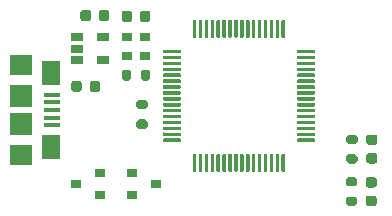
<source format=gbr>
G04 #@! TF.GenerationSoftware,KiCad,Pcbnew,(5.1.7)-1*
G04 #@! TF.CreationDate,2020-12-02T09:59:19-08:00*
G04 #@! TF.ProjectId,programmer,70726f67-7261-46d6-9d65-722e6b696361,rev?*
G04 #@! TF.SameCoordinates,Original*
G04 #@! TF.FileFunction,Paste,Top*
G04 #@! TF.FilePolarity,Positive*
%FSLAX46Y46*%
G04 Gerber Fmt 4.6, Leading zero omitted, Abs format (unit mm)*
G04 Created by KiCad (PCBNEW (5.1.7)-1) date 2020-12-02 09:59:19*
%MOMM*%
%LPD*%
G01*
G04 APERTURE LIST*
%ADD10R,0.900000X0.800000*%
%ADD11R,1.350000X0.400000*%
%ADD12R,1.600000X2.100000*%
%ADD13R,1.900000X1.800000*%
%ADD14R,1.900000X1.900000*%
%ADD15R,1.060000X0.650000*%
%ADD16R,0.850000X0.650000*%
G04 APERTURE END LIST*
D10*
X-7025000Y-7475000D03*
X-9025000Y-8425000D03*
X-9025000Y-6525000D03*
D11*
X-15812500Y-1200000D03*
X-15812500Y-550000D03*
X-15812500Y-1850000D03*
X-15812500Y100000D03*
X-15812500Y-2500000D03*
D12*
X-15937500Y1900000D03*
X-15937500Y-4300000D03*
D13*
X-18487500Y2600000D03*
X-18487500Y-5000000D03*
D14*
X-18487500Y0D03*
X-18487500Y-2400000D03*
D15*
X-13700000Y4950000D03*
X-13700000Y4000000D03*
X-13700000Y3050000D03*
X-11500000Y3050000D03*
X-11500000Y4950000D03*
G36*
G01*
X-9138200Y2029400D02*
X-9138200Y1479400D01*
G75*
G02*
X-9338200Y1279400I-200000J0D01*
G01*
X-9738200Y1279400D01*
G75*
G02*
X-9938200Y1479400I0J200000D01*
G01*
X-9938200Y2029400D01*
G75*
G02*
X-9738200Y2229400I200000J0D01*
G01*
X-9338200Y2229400D01*
G75*
G02*
X-9138200Y2029400I0J-200000D01*
G01*
G37*
G36*
G01*
X-7488200Y2029400D02*
X-7488200Y1479400D01*
G75*
G02*
X-7688200Y1279400I-200000J0D01*
G01*
X-8088200Y1279400D01*
G75*
G02*
X-8288200Y1479400I0J200000D01*
G01*
X-8288200Y2029400D01*
G75*
G02*
X-8088200Y2229400I200000J0D01*
G01*
X-7688200Y2229400D01*
G75*
G02*
X-7488200Y2029400I0J-200000D01*
G01*
G37*
G36*
G01*
X-9038200Y6982800D02*
X-9038200Y6482800D01*
G75*
G02*
X-9263200Y6257800I-225000J0D01*
G01*
X-9713200Y6257800D01*
G75*
G02*
X-9938200Y6482800I0J225000D01*
G01*
X-9938200Y6982800D01*
G75*
G02*
X-9713200Y7207800I225000J0D01*
G01*
X-9263200Y7207800D01*
G75*
G02*
X-9038200Y6982800I0J-225000D01*
G01*
G37*
G36*
G01*
X-7488200Y6982800D02*
X-7488200Y6482800D01*
G75*
G02*
X-7713200Y6257800I-225000J0D01*
G01*
X-8163200Y6257800D01*
G75*
G02*
X-8388200Y6482800I0J225000D01*
G01*
X-8388200Y6982800D01*
G75*
G02*
X-8163200Y7207800I225000J0D01*
G01*
X-7713200Y7207800D01*
G75*
G02*
X-7488200Y6982800I0J-225000D01*
G01*
G37*
G36*
G01*
X-3900000Y4975000D02*
X-3900000Y6375000D01*
G75*
G02*
X-3825000Y6450000I75000J0D01*
G01*
X-3675000Y6450000D01*
G75*
G02*
X-3600000Y6375000I0J-75000D01*
G01*
X-3600000Y4975000D01*
G75*
G02*
X-3675000Y4900000I-75000J0D01*
G01*
X-3825000Y4900000D01*
G75*
G02*
X-3900000Y4975000I0J75000D01*
G01*
G37*
G36*
G01*
X-3400000Y4975000D02*
X-3400000Y6375000D01*
G75*
G02*
X-3325000Y6450000I75000J0D01*
G01*
X-3175000Y6450000D01*
G75*
G02*
X-3100000Y6375000I0J-75000D01*
G01*
X-3100000Y4975000D01*
G75*
G02*
X-3175000Y4900000I-75000J0D01*
G01*
X-3325000Y4900000D01*
G75*
G02*
X-3400000Y4975000I0J75000D01*
G01*
G37*
G36*
G01*
X-2900000Y4975000D02*
X-2900000Y6375000D01*
G75*
G02*
X-2825000Y6450000I75000J0D01*
G01*
X-2675000Y6450000D01*
G75*
G02*
X-2600000Y6375000I0J-75000D01*
G01*
X-2600000Y4975000D01*
G75*
G02*
X-2675000Y4900000I-75000J0D01*
G01*
X-2825000Y4900000D01*
G75*
G02*
X-2900000Y4975000I0J75000D01*
G01*
G37*
G36*
G01*
X-2400000Y4975000D02*
X-2400000Y6375000D01*
G75*
G02*
X-2325000Y6450000I75000J0D01*
G01*
X-2175000Y6450000D01*
G75*
G02*
X-2100000Y6375000I0J-75000D01*
G01*
X-2100000Y4975000D01*
G75*
G02*
X-2175000Y4900000I-75000J0D01*
G01*
X-2325000Y4900000D01*
G75*
G02*
X-2400000Y4975000I0J75000D01*
G01*
G37*
G36*
G01*
X-1900000Y4975000D02*
X-1900000Y6375000D01*
G75*
G02*
X-1825000Y6450000I75000J0D01*
G01*
X-1675000Y6450000D01*
G75*
G02*
X-1600000Y6375000I0J-75000D01*
G01*
X-1600000Y4975000D01*
G75*
G02*
X-1675000Y4900000I-75000J0D01*
G01*
X-1825000Y4900000D01*
G75*
G02*
X-1900000Y4975000I0J75000D01*
G01*
G37*
G36*
G01*
X-1400000Y4975000D02*
X-1400000Y6375000D01*
G75*
G02*
X-1325000Y6450000I75000J0D01*
G01*
X-1175000Y6450000D01*
G75*
G02*
X-1100000Y6375000I0J-75000D01*
G01*
X-1100000Y4975000D01*
G75*
G02*
X-1175000Y4900000I-75000J0D01*
G01*
X-1325000Y4900000D01*
G75*
G02*
X-1400000Y4975000I0J75000D01*
G01*
G37*
G36*
G01*
X-900000Y4975000D02*
X-900000Y6375000D01*
G75*
G02*
X-825000Y6450000I75000J0D01*
G01*
X-675000Y6450000D01*
G75*
G02*
X-600000Y6375000I0J-75000D01*
G01*
X-600000Y4975000D01*
G75*
G02*
X-675000Y4900000I-75000J0D01*
G01*
X-825000Y4900000D01*
G75*
G02*
X-900000Y4975000I0J75000D01*
G01*
G37*
G36*
G01*
X-400000Y4975000D02*
X-400000Y6375000D01*
G75*
G02*
X-325000Y6450000I75000J0D01*
G01*
X-175000Y6450000D01*
G75*
G02*
X-100000Y6375000I0J-75000D01*
G01*
X-100000Y4975000D01*
G75*
G02*
X-175000Y4900000I-75000J0D01*
G01*
X-325000Y4900000D01*
G75*
G02*
X-400000Y4975000I0J75000D01*
G01*
G37*
G36*
G01*
X100000Y4975000D02*
X100000Y6375000D01*
G75*
G02*
X175000Y6450000I75000J0D01*
G01*
X325000Y6450000D01*
G75*
G02*
X400000Y6375000I0J-75000D01*
G01*
X400000Y4975000D01*
G75*
G02*
X325000Y4900000I-75000J0D01*
G01*
X175000Y4900000D01*
G75*
G02*
X100000Y4975000I0J75000D01*
G01*
G37*
G36*
G01*
X600000Y4975000D02*
X600000Y6375000D01*
G75*
G02*
X675000Y6450000I75000J0D01*
G01*
X825000Y6450000D01*
G75*
G02*
X900000Y6375000I0J-75000D01*
G01*
X900000Y4975000D01*
G75*
G02*
X825000Y4900000I-75000J0D01*
G01*
X675000Y4900000D01*
G75*
G02*
X600000Y4975000I0J75000D01*
G01*
G37*
G36*
G01*
X1100000Y4975000D02*
X1100000Y6375000D01*
G75*
G02*
X1175000Y6450000I75000J0D01*
G01*
X1325000Y6450000D01*
G75*
G02*
X1400000Y6375000I0J-75000D01*
G01*
X1400000Y4975000D01*
G75*
G02*
X1325000Y4900000I-75000J0D01*
G01*
X1175000Y4900000D01*
G75*
G02*
X1100000Y4975000I0J75000D01*
G01*
G37*
G36*
G01*
X1600000Y4975000D02*
X1600000Y6375000D01*
G75*
G02*
X1675000Y6450000I75000J0D01*
G01*
X1825000Y6450000D01*
G75*
G02*
X1900000Y6375000I0J-75000D01*
G01*
X1900000Y4975000D01*
G75*
G02*
X1825000Y4900000I-75000J0D01*
G01*
X1675000Y4900000D01*
G75*
G02*
X1600000Y4975000I0J75000D01*
G01*
G37*
G36*
G01*
X2100000Y4975000D02*
X2100000Y6375000D01*
G75*
G02*
X2175000Y6450000I75000J0D01*
G01*
X2325000Y6450000D01*
G75*
G02*
X2400000Y6375000I0J-75000D01*
G01*
X2400000Y4975000D01*
G75*
G02*
X2325000Y4900000I-75000J0D01*
G01*
X2175000Y4900000D01*
G75*
G02*
X2100000Y4975000I0J75000D01*
G01*
G37*
G36*
G01*
X2600000Y4975000D02*
X2600000Y6375000D01*
G75*
G02*
X2675000Y6450000I75000J0D01*
G01*
X2825000Y6450000D01*
G75*
G02*
X2900000Y6375000I0J-75000D01*
G01*
X2900000Y4975000D01*
G75*
G02*
X2825000Y4900000I-75000J0D01*
G01*
X2675000Y4900000D01*
G75*
G02*
X2600000Y4975000I0J75000D01*
G01*
G37*
G36*
G01*
X3100000Y4975000D02*
X3100000Y6375000D01*
G75*
G02*
X3175000Y6450000I75000J0D01*
G01*
X3325000Y6450000D01*
G75*
G02*
X3400000Y6375000I0J-75000D01*
G01*
X3400000Y4975000D01*
G75*
G02*
X3325000Y4900000I-75000J0D01*
G01*
X3175000Y4900000D01*
G75*
G02*
X3100000Y4975000I0J75000D01*
G01*
G37*
G36*
G01*
X3600000Y4975000D02*
X3600000Y6375000D01*
G75*
G02*
X3675000Y6450000I75000J0D01*
G01*
X3825000Y6450000D01*
G75*
G02*
X3900000Y6375000I0J-75000D01*
G01*
X3900000Y4975000D01*
G75*
G02*
X3825000Y4900000I-75000J0D01*
G01*
X3675000Y4900000D01*
G75*
G02*
X3600000Y4975000I0J75000D01*
G01*
G37*
G36*
G01*
X4900000Y3675000D02*
X4900000Y3825000D01*
G75*
G02*
X4975000Y3900000I75000J0D01*
G01*
X6375000Y3900000D01*
G75*
G02*
X6450000Y3825000I0J-75000D01*
G01*
X6450000Y3675000D01*
G75*
G02*
X6375000Y3600000I-75000J0D01*
G01*
X4975000Y3600000D01*
G75*
G02*
X4900000Y3675000I0J75000D01*
G01*
G37*
G36*
G01*
X4900000Y3175000D02*
X4900000Y3325000D01*
G75*
G02*
X4975000Y3400000I75000J0D01*
G01*
X6375000Y3400000D01*
G75*
G02*
X6450000Y3325000I0J-75000D01*
G01*
X6450000Y3175000D01*
G75*
G02*
X6375000Y3100000I-75000J0D01*
G01*
X4975000Y3100000D01*
G75*
G02*
X4900000Y3175000I0J75000D01*
G01*
G37*
G36*
G01*
X4900000Y2675000D02*
X4900000Y2825000D01*
G75*
G02*
X4975000Y2900000I75000J0D01*
G01*
X6375000Y2900000D01*
G75*
G02*
X6450000Y2825000I0J-75000D01*
G01*
X6450000Y2675000D01*
G75*
G02*
X6375000Y2600000I-75000J0D01*
G01*
X4975000Y2600000D01*
G75*
G02*
X4900000Y2675000I0J75000D01*
G01*
G37*
G36*
G01*
X4900000Y2175000D02*
X4900000Y2325000D01*
G75*
G02*
X4975000Y2400000I75000J0D01*
G01*
X6375000Y2400000D01*
G75*
G02*
X6450000Y2325000I0J-75000D01*
G01*
X6450000Y2175000D01*
G75*
G02*
X6375000Y2100000I-75000J0D01*
G01*
X4975000Y2100000D01*
G75*
G02*
X4900000Y2175000I0J75000D01*
G01*
G37*
G36*
G01*
X4900000Y1675000D02*
X4900000Y1825000D01*
G75*
G02*
X4975000Y1900000I75000J0D01*
G01*
X6375000Y1900000D01*
G75*
G02*
X6450000Y1825000I0J-75000D01*
G01*
X6450000Y1675000D01*
G75*
G02*
X6375000Y1600000I-75000J0D01*
G01*
X4975000Y1600000D01*
G75*
G02*
X4900000Y1675000I0J75000D01*
G01*
G37*
G36*
G01*
X4900000Y1175000D02*
X4900000Y1325000D01*
G75*
G02*
X4975000Y1400000I75000J0D01*
G01*
X6375000Y1400000D01*
G75*
G02*
X6450000Y1325000I0J-75000D01*
G01*
X6450000Y1175000D01*
G75*
G02*
X6375000Y1100000I-75000J0D01*
G01*
X4975000Y1100000D01*
G75*
G02*
X4900000Y1175000I0J75000D01*
G01*
G37*
G36*
G01*
X4900000Y675000D02*
X4900000Y825000D01*
G75*
G02*
X4975000Y900000I75000J0D01*
G01*
X6375000Y900000D01*
G75*
G02*
X6450000Y825000I0J-75000D01*
G01*
X6450000Y675000D01*
G75*
G02*
X6375000Y600000I-75000J0D01*
G01*
X4975000Y600000D01*
G75*
G02*
X4900000Y675000I0J75000D01*
G01*
G37*
G36*
G01*
X4900000Y175000D02*
X4900000Y325000D01*
G75*
G02*
X4975000Y400000I75000J0D01*
G01*
X6375000Y400000D01*
G75*
G02*
X6450000Y325000I0J-75000D01*
G01*
X6450000Y175000D01*
G75*
G02*
X6375000Y100000I-75000J0D01*
G01*
X4975000Y100000D01*
G75*
G02*
X4900000Y175000I0J75000D01*
G01*
G37*
G36*
G01*
X4900000Y-325000D02*
X4900000Y-175000D01*
G75*
G02*
X4975000Y-100000I75000J0D01*
G01*
X6375000Y-100000D01*
G75*
G02*
X6450000Y-175000I0J-75000D01*
G01*
X6450000Y-325000D01*
G75*
G02*
X6375000Y-400000I-75000J0D01*
G01*
X4975000Y-400000D01*
G75*
G02*
X4900000Y-325000I0J75000D01*
G01*
G37*
G36*
G01*
X4900000Y-825000D02*
X4900000Y-675000D01*
G75*
G02*
X4975000Y-600000I75000J0D01*
G01*
X6375000Y-600000D01*
G75*
G02*
X6450000Y-675000I0J-75000D01*
G01*
X6450000Y-825000D01*
G75*
G02*
X6375000Y-900000I-75000J0D01*
G01*
X4975000Y-900000D01*
G75*
G02*
X4900000Y-825000I0J75000D01*
G01*
G37*
G36*
G01*
X4900000Y-1325000D02*
X4900000Y-1175000D01*
G75*
G02*
X4975000Y-1100000I75000J0D01*
G01*
X6375000Y-1100000D01*
G75*
G02*
X6450000Y-1175000I0J-75000D01*
G01*
X6450000Y-1325000D01*
G75*
G02*
X6375000Y-1400000I-75000J0D01*
G01*
X4975000Y-1400000D01*
G75*
G02*
X4900000Y-1325000I0J75000D01*
G01*
G37*
G36*
G01*
X4900000Y-1825000D02*
X4900000Y-1675000D01*
G75*
G02*
X4975000Y-1600000I75000J0D01*
G01*
X6375000Y-1600000D01*
G75*
G02*
X6450000Y-1675000I0J-75000D01*
G01*
X6450000Y-1825000D01*
G75*
G02*
X6375000Y-1900000I-75000J0D01*
G01*
X4975000Y-1900000D01*
G75*
G02*
X4900000Y-1825000I0J75000D01*
G01*
G37*
G36*
G01*
X4900000Y-2325000D02*
X4900000Y-2175000D01*
G75*
G02*
X4975000Y-2100000I75000J0D01*
G01*
X6375000Y-2100000D01*
G75*
G02*
X6450000Y-2175000I0J-75000D01*
G01*
X6450000Y-2325000D01*
G75*
G02*
X6375000Y-2400000I-75000J0D01*
G01*
X4975000Y-2400000D01*
G75*
G02*
X4900000Y-2325000I0J75000D01*
G01*
G37*
G36*
G01*
X4900000Y-2825000D02*
X4900000Y-2675000D01*
G75*
G02*
X4975000Y-2600000I75000J0D01*
G01*
X6375000Y-2600000D01*
G75*
G02*
X6450000Y-2675000I0J-75000D01*
G01*
X6450000Y-2825000D01*
G75*
G02*
X6375000Y-2900000I-75000J0D01*
G01*
X4975000Y-2900000D01*
G75*
G02*
X4900000Y-2825000I0J75000D01*
G01*
G37*
G36*
G01*
X4900000Y-3325000D02*
X4900000Y-3175000D01*
G75*
G02*
X4975000Y-3100000I75000J0D01*
G01*
X6375000Y-3100000D01*
G75*
G02*
X6450000Y-3175000I0J-75000D01*
G01*
X6450000Y-3325000D01*
G75*
G02*
X6375000Y-3400000I-75000J0D01*
G01*
X4975000Y-3400000D01*
G75*
G02*
X4900000Y-3325000I0J75000D01*
G01*
G37*
G36*
G01*
X4900000Y-3825000D02*
X4900000Y-3675000D01*
G75*
G02*
X4975000Y-3600000I75000J0D01*
G01*
X6375000Y-3600000D01*
G75*
G02*
X6450000Y-3675000I0J-75000D01*
G01*
X6450000Y-3825000D01*
G75*
G02*
X6375000Y-3900000I-75000J0D01*
G01*
X4975000Y-3900000D01*
G75*
G02*
X4900000Y-3825000I0J75000D01*
G01*
G37*
G36*
G01*
X3600000Y-6375000D02*
X3600000Y-4975000D01*
G75*
G02*
X3675000Y-4900000I75000J0D01*
G01*
X3825000Y-4900000D01*
G75*
G02*
X3900000Y-4975000I0J-75000D01*
G01*
X3900000Y-6375000D01*
G75*
G02*
X3825000Y-6450000I-75000J0D01*
G01*
X3675000Y-6450000D01*
G75*
G02*
X3600000Y-6375000I0J75000D01*
G01*
G37*
G36*
G01*
X3100000Y-6375000D02*
X3100000Y-4975000D01*
G75*
G02*
X3175000Y-4900000I75000J0D01*
G01*
X3325000Y-4900000D01*
G75*
G02*
X3400000Y-4975000I0J-75000D01*
G01*
X3400000Y-6375000D01*
G75*
G02*
X3325000Y-6450000I-75000J0D01*
G01*
X3175000Y-6450000D01*
G75*
G02*
X3100000Y-6375000I0J75000D01*
G01*
G37*
G36*
G01*
X2600000Y-6375000D02*
X2600000Y-4975000D01*
G75*
G02*
X2675000Y-4900000I75000J0D01*
G01*
X2825000Y-4900000D01*
G75*
G02*
X2900000Y-4975000I0J-75000D01*
G01*
X2900000Y-6375000D01*
G75*
G02*
X2825000Y-6450000I-75000J0D01*
G01*
X2675000Y-6450000D01*
G75*
G02*
X2600000Y-6375000I0J75000D01*
G01*
G37*
G36*
G01*
X2100000Y-6375000D02*
X2100000Y-4975000D01*
G75*
G02*
X2175000Y-4900000I75000J0D01*
G01*
X2325000Y-4900000D01*
G75*
G02*
X2400000Y-4975000I0J-75000D01*
G01*
X2400000Y-6375000D01*
G75*
G02*
X2325000Y-6450000I-75000J0D01*
G01*
X2175000Y-6450000D01*
G75*
G02*
X2100000Y-6375000I0J75000D01*
G01*
G37*
G36*
G01*
X1600000Y-6375000D02*
X1600000Y-4975000D01*
G75*
G02*
X1675000Y-4900000I75000J0D01*
G01*
X1825000Y-4900000D01*
G75*
G02*
X1900000Y-4975000I0J-75000D01*
G01*
X1900000Y-6375000D01*
G75*
G02*
X1825000Y-6450000I-75000J0D01*
G01*
X1675000Y-6450000D01*
G75*
G02*
X1600000Y-6375000I0J75000D01*
G01*
G37*
G36*
G01*
X1100000Y-6375000D02*
X1100000Y-4975000D01*
G75*
G02*
X1175000Y-4900000I75000J0D01*
G01*
X1325000Y-4900000D01*
G75*
G02*
X1400000Y-4975000I0J-75000D01*
G01*
X1400000Y-6375000D01*
G75*
G02*
X1325000Y-6450000I-75000J0D01*
G01*
X1175000Y-6450000D01*
G75*
G02*
X1100000Y-6375000I0J75000D01*
G01*
G37*
G36*
G01*
X600000Y-6375000D02*
X600000Y-4975000D01*
G75*
G02*
X675000Y-4900000I75000J0D01*
G01*
X825000Y-4900000D01*
G75*
G02*
X900000Y-4975000I0J-75000D01*
G01*
X900000Y-6375000D01*
G75*
G02*
X825000Y-6450000I-75000J0D01*
G01*
X675000Y-6450000D01*
G75*
G02*
X600000Y-6375000I0J75000D01*
G01*
G37*
G36*
G01*
X100000Y-6375000D02*
X100000Y-4975000D01*
G75*
G02*
X175000Y-4900000I75000J0D01*
G01*
X325000Y-4900000D01*
G75*
G02*
X400000Y-4975000I0J-75000D01*
G01*
X400000Y-6375000D01*
G75*
G02*
X325000Y-6450000I-75000J0D01*
G01*
X175000Y-6450000D01*
G75*
G02*
X100000Y-6375000I0J75000D01*
G01*
G37*
G36*
G01*
X-400000Y-6375000D02*
X-400000Y-4975000D01*
G75*
G02*
X-325000Y-4900000I75000J0D01*
G01*
X-175000Y-4900000D01*
G75*
G02*
X-100000Y-4975000I0J-75000D01*
G01*
X-100000Y-6375000D01*
G75*
G02*
X-175000Y-6450000I-75000J0D01*
G01*
X-325000Y-6450000D01*
G75*
G02*
X-400000Y-6375000I0J75000D01*
G01*
G37*
G36*
G01*
X-900000Y-6375000D02*
X-900000Y-4975000D01*
G75*
G02*
X-825000Y-4900000I75000J0D01*
G01*
X-675000Y-4900000D01*
G75*
G02*
X-600000Y-4975000I0J-75000D01*
G01*
X-600000Y-6375000D01*
G75*
G02*
X-675000Y-6450000I-75000J0D01*
G01*
X-825000Y-6450000D01*
G75*
G02*
X-900000Y-6375000I0J75000D01*
G01*
G37*
G36*
G01*
X-1400000Y-6375000D02*
X-1400000Y-4975000D01*
G75*
G02*
X-1325000Y-4900000I75000J0D01*
G01*
X-1175000Y-4900000D01*
G75*
G02*
X-1100000Y-4975000I0J-75000D01*
G01*
X-1100000Y-6375000D01*
G75*
G02*
X-1175000Y-6450000I-75000J0D01*
G01*
X-1325000Y-6450000D01*
G75*
G02*
X-1400000Y-6375000I0J75000D01*
G01*
G37*
G36*
G01*
X-1900000Y-6375000D02*
X-1900000Y-4975000D01*
G75*
G02*
X-1825000Y-4900000I75000J0D01*
G01*
X-1675000Y-4900000D01*
G75*
G02*
X-1600000Y-4975000I0J-75000D01*
G01*
X-1600000Y-6375000D01*
G75*
G02*
X-1675000Y-6450000I-75000J0D01*
G01*
X-1825000Y-6450000D01*
G75*
G02*
X-1900000Y-6375000I0J75000D01*
G01*
G37*
G36*
G01*
X-2400000Y-6375000D02*
X-2400000Y-4975000D01*
G75*
G02*
X-2325000Y-4900000I75000J0D01*
G01*
X-2175000Y-4900000D01*
G75*
G02*
X-2100000Y-4975000I0J-75000D01*
G01*
X-2100000Y-6375000D01*
G75*
G02*
X-2175000Y-6450000I-75000J0D01*
G01*
X-2325000Y-6450000D01*
G75*
G02*
X-2400000Y-6375000I0J75000D01*
G01*
G37*
G36*
G01*
X-2900000Y-6375000D02*
X-2900000Y-4975000D01*
G75*
G02*
X-2825000Y-4900000I75000J0D01*
G01*
X-2675000Y-4900000D01*
G75*
G02*
X-2600000Y-4975000I0J-75000D01*
G01*
X-2600000Y-6375000D01*
G75*
G02*
X-2675000Y-6450000I-75000J0D01*
G01*
X-2825000Y-6450000D01*
G75*
G02*
X-2900000Y-6375000I0J75000D01*
G01*
G37*
G36*
G01*
X-3400000Y-6375000D02*
X-3400000Y-4975000D01*
G75*
G02*
X-3325000Y-4900000I75000J0D01*
G01*
X-3175000Y-4900000D01*
G75*
G02*
X-3100000Y-4975000I0J-75000D01*
G01*
X-3100000Y-6375000D01*
G75*
G02*
X-3175000Y-6450000I-75000J0D01*
G01*
X-3325000Y-6450000D01*
G75*
G02*
X-3400000Y-6375000I0J75000D01*
G01*
G37*
G36*
G01*
X-3900000Y-6375000D02*
X-3900000Y-4975000D01*
G75*
G02*
X-3825000Y-4900000I75000J0D01*
G01*
X-3675000Y-4900000D01*
G75*
G02*
X-3600000Y-4975000I0J-75000D01*
G01*
X-3600000Y-6375000D01*
G75*
G02*
X-3675000Y-6450000I-75000J0D01*
G01*
X-3825000Y-6450000D01*
G75*
G02*
X-3900000Y-6375000I0J75000D01*
G01*
G37*
G36*
G01*
X-6450000Y-3825000D02*
X-6450000Y-3675000D01*
G75*
G02*
X-6375000Y-3600000I75000J0D01*
G01*
X-4975000Y-3600000D01*
G75*
G02*
X-4900000Y-3675000I0J-75000D01*
G01*
X-4900000Y-3825000D01*
G75*
G02*
X-4975000Y-3900000I-75000J0D01*
G01*
X-6375000Y-3900000D01*
G75*
G02*
X-6450000Y-3825000I0J75000D01*
G01*
G37*
G36*
G01*
X-6450000Y-3325000D02*
X-6450000Y-3175000D01*
G75*
G02*
X-6375000Y-3100000I75000J0D01*
G01*
X-4975000Y-3100000D01*
G75*
G02*
X-4900000Y-3175000I0J-75000D01*
G01*
X-4900000Y-3325000D01*
G75*
G02*
X-4975000Y-3400000I-75000J0D01*
G01*
X-6375000Y-3400000D01*
G75*
G02*
X-6450000Y-3325000I0J75000D01*
G01*
G37*
G36*
G01*
X-6450000Y-2825000D02*
X-6450000Y-2675000D01*
G75*
G02*
X-6375000Y-2600000I75000J0D01*
G01*
X-4975000Y-2600000D01*
G75*
G02*
X-4900000Y-2675000I0J-75000D01*
G01*
X-4900000Y-2825000D01*
G75*
G02*
X-4975000Y-2900000I-75000J0D01*
G01*
X-6375000Y-2900000D01*
G75*
G02*
X-6450000Y-2825000I0J75000D01*
G01*
G37*
G36*
G01*
X-6450000Y-2325000D02*
X-6450000Y-2175000D01*
G75*
G02*
X-6375000Y-2100000I75000J0D01*
G01*
X-4975000Y-2100000D01*
G75*
G02*
X-4900000Y-2175000I0J-75000D01*
G01*
X-4900000Y-2325000D01*
G75*
G02*
X-4975000Y-2400000I-75000J0D01*
G01*
X-6375000Y-2400000D01*
G75*
G02*
X-6450000Y-2325000I0J75000D01*
G01*
G37*
G36*
G01*
X-6450000Y-1825000D02*
X-6450000Y-1675000D01*
G75*
G02*
X-6375000Y-1600000I75000J0D01*
G01*
X-4975000Y-1600000D01*
G75*
G02*
X-4900000Y-1675000I0J-75000D01*
G01*
X-4900000Y-1825000D01*
G75*
G02*
X-4975000Y-1900000I-75000J0D01*
G01*
X-6375000Y-1900000D01*
G75*
G02*
X-6450000Y-1825000I0J75000D01*
G01*
G37*
G36*
G01*
X-6450000Y-1325000D02*
X-6450000Y-1175000D01*
G75*
G02*
X-6375000Y-1100000I75000J0D01*
G01*
X-4975000Y-1100000D01*
G75*
G02*
X-4900000Y-1175000I0J-75000D01*
G01*
X-4900000Y-1325000D01*
G75*
G02*
X-4975000Y-1400000I-75000J0D01*
G01*
X-6375000Y-1400000D01*
G75*
G02*
X-6450000Y-1325000I0J75000D01*
G01*
G37*
G36*
G01*
X-6450000Y-825000D02*
X-6450000Y-675000D01*
G75*
G02*
X-6375000Y-600000I75000J0D01*
G01*
X-4975000Y-600000D01*
G75*
G02*
X-4900000Y-675000I0J-75000D01*
G01*
X-4900000Y-825000D01*
G75*
G02*
X-4975000Y-900000I-75000J0D01*
G01*
X-6375000Y-900000D01*
G75*
G02*
X-6450000Y-825000I0J75000D01*
G01*
G37*
G36*
G01*
X-6450000Y-325000D02*
X-6450000Y-175000D01*
G75*
G02*
X-6375000Y-100000I75000J0D01*
G01*
X-4975000Y-100000D01*
G75*
G02*
X-4900000Y-175000I0J-75000D01*
G01*
X-4900000Y-325000D01*
G75*
G02*
X-4975000Y-400000I-75000J0D01*
G01*
X-6375000Y-400000D01*
G75*
G02*
X-6450000Y-325000I0J75000D01*
G01*
G37*
G36*
G01*
X-6450000Y175000D02*
X-6450000Y325000D01*
G75*
G02*
X-6375000Y400000I75000J0D01*
G01*
X-4975000Y400000D01*
G75*
G02*
X-4900000Y325000I0J-75000D01*
G01*
X-4900000Y175000D01*
G75*
G02*
X-4975000Y100000I-75000J0D01*
G01*
X-6375000Y100000D01*
G75*
G02*
X-6450000Y175000I0J75000D01*
G01*
G37*
G36*
G01*
X-6450000Y675000D02*
X-6450000Y825000D01*
G75*
G02*
X-6375000Y900000I75000J0D01*
G01*
X-4975000Y900000D01*
G75*
G02*
X-4900000Y825000I0J-75000D01*
G01*
X-4900000Y675000D01*
G75*
G02*
X-4975000Y600000I-75000J0D01*
G01*
X-6375000Y600000D01*
G75*
G02*
X-6450000Y675000I0J75000D01*
G01*
G37*
G36*
G01*
X-6450000Y1175000D02*
X-6450000Y1325000D01*
G75*
G02*
X-6375000Y1400000I75000J0D01*
G01*
X-4975000Y1400000D01*
G75*
G02*
X-4900000Y1325000I0J-75000D01*
G01*
X-4900000Y1175000D01*
G75*
G02*
X-4975000Y1100000I-75000J0D01*
G01*
X-6375000Y1100000D01*
G75*
G02*
X-6450000Y1175000I0J75000D01*
G01*
G37*
G36*
G01*
X-6450000Y1675000D02*
X-6450000Y1825000D01*
G75*
G02*
X-6375000Y1900000I75000J0D01*
G01*
X-4975000Y1900000D01*
G75*
G02*
X-4900000Y1825000I0J-75000D01*
G01*
X-4900000Y1675000D01*
G75*
G02*
X-4975000Y1600000I-75000J0D01*
G01*
X-6375000Y1600000D01*
G75*
G02*
X-6450000Y1675000I0J75000D01*
G01*
G37*
G36*
G01*
X-6450000Y2175000D02*
X-6450000Y2325000D01*
G75*
G02*
X-6375000Y2400000I75000J0D01*
G01*
X-4975000Y2400000D01*
G75*
G02*
X-4900000Y2325000I0J-75000D01*
G01*
X-4900000Y2175000D01*
G75*
G02*
X-4975000Y2100000I-75000J0D01*
G01*
X-6375000Y2100000D01*
G75*
G02*
X-6450000Y2175000I0J75000D01*
G01*
G37*
G36*
G01*
X-6450000Y2675000D02*
X-6450000Y2825000D01*
G75*
G02*
X-6375000Y2900000I75000J0D01*
G01*
X-4975000Y2900000D01*
G75*
G02*
X-4900000Y2825000I0J-75000D01*
G01*
X-4900000Y2675000D01*
G75*
G02*
X-4975000Y2600000I-75000J0D01*
G01*
X-6375000Y2600000D01*
G75*
G02*
X-6450000Y2675000I0J75000D01*
G01*
G37*
G36*
G01*
X-6450000Y3175000D02*
X-6450000Y3325000D01*
G75*
G02*
X-6375000Y3400000I75000J0D01*
G01*
X-4975000Y3400000D01*
G75*
G02*
X-4900000Y3325000I0J-75000D01*
G01*
X-4900000Y3175000D01*
G75*
G02*
X-4975000Y3100000I-75000J0D01*
G01*
X-6375000Y3100000D01*
G75*
G02*
X-6450000Y3175000I0J75000D01*
G01*
G37*
G36*
G01*
X-6450000Y3675000D02*
X-6450000Y3825000D01*
G75*
G02*
X-6375000Y3900000I75000J0D01*
G01*
X-4975000Y3900000D01*
G75*
G02*
X-4900000Y3825000I0J-75000D01*
G01*
X-4900000Y3675000D01*
G75*
G02*
X-4975000Y3600000I-75000J0D01*
G01*
X-6375000Y3600000D01*
G75*
G02*
X-6450000Y3675000I0J75000D01*
G01*
G37*
D16*
X-7938200Y5017800D03*
X-7938200Y3367800D03*
X-9488200Y3367800D03*
X-9488200Y5017800D03*
G36*
G01*
X9796600Y-7670400D02*
X9246600Y-7670400D01*
G75*
G02*
X9046600Y-7470400I0J200000D01*
G01*
X9046600Y-7070400D01*
G75*
G02*
X9246600Y-6870400I200000J0D01*
G01*
X9796600Y-6870400D01*
G75*
G02*
X9996600Y-7070400I0J-200000D01*
G01*
X9996600Y-7470400D01*
G75*
G02*
X9796600Y-7670400I-200000J0D01*
G01*
G37*
G36*
G01*
X9796600Y-9320400D02*
X9246600Y-9320400D01*
G75*
G02*
X9046600Y-9120400I0J200000D01*
G01*
X9046600Y-8720400D01*
G75*
G02*
X9246600Y-8520400I200000J0D01*
G01*
X9796600Y-8520400D01*
G75*
G02*
X9996600Y-8720400I0J-200000D01*
G01*
X9996600Y-9120400D01*
G75*
G02*
X9796600Y-9320400I-200000J0D01*
G01*
G37*
G36*
G01*
X9295800Y-4940000D02*
X9845800Y-4940000D01*
G75*
G02*
X10045800Y-5140000I0J-200000D01*
G01*
X10045800Y-5540000D01*
G75*
G02*
X9845800Y-5740000I-200000J0D01*
G01*
X9295800Y-5740000D01*
G75*
G02*
X9095800Y-5540000I0J200000D01*
G01*
X9095800Y-5140000D01*
G75*
G02*
X9295800Y-4940000I200000J0D01*
G01*
G37*
G36*
G01*
X9295800Y-3290000D02*
X9845800Y-3290000D01*
G75*
G02*
X10045800Y-3490000I0J-200000D01*
G01*
X10045800Y-3890000D01*
G75*
G02*
X9845800Y-4090000I-200000J0D01*
G01*
X9295800Y-4090000D01*
G75*
G02*
X9095800Y-3890000I0J200000D01*
G01*
X9095800Y-3490000D01*
G75*
G02*
X9295800Y-3290000I200000J0D01*
G01*
G37*
G36*
G01*
X-7930200Y-2784800D02*
X-8480200Y-2784800D01*
G75*
G02*
X-8680200Y-2584800I0J200000D01*
G01*
X-8680200Y-2184800D01*
G75*
G02*
X-8480200Y-1984800I200000J0D01*
G01*
X-7930200Y-1984800D01*
G75*
G02*
X-7730200Y-2184800I0J-200000D01*
G01*
X-7730200Y-2584800D01*
G75*
G02*
X-7930200Y-2784800I-200000J0D01*
G01*
G37*
G36*
G01*
X-7930200Y-1134800D02*
X-8480200Y-1134800D01*
G75*
G02*
X-8680200Y-934800I0J200000D01*
G01*
X-8680200Y-534800D01*
G75*
G02*
X-8480200Y-334800I200000J0D01*
G01*
X-7930200Y-334800D01*
G75*
G02*
X-7730200Y-534800I0J-200000D01*
G01*
X-7730200Y-934800D01*
G75*
G02*
X-7930200Y-1134800I-200000J0D01*
G01*
G37*
D10*
X-13765600Y-7467200D03*
X-11765600Y-6517200D03*
X-11765600Y-8417200D03*
G36*
G01*
X11454250Y-7758700D02*
X10941750Y-7758700D01*
G75*
G02*
X10723000Y-7539950I0J218750D01*
G01*
X10723000Y-7102450D01*
G75*
G02*
X10941750Y-6883700I218750J0D01*
G01*
X11454250Y-6883700D01*
G75*
G02*
X11673000Y-7102450I0J-218750D01*
G01*
X11673000Y-7539950D01*
G75*
G02*
X11454250Y-7758700I-218750J0D01*
G01*
G37*
G36*
G01*
X11454250Y-9333700D02*
X10941750Y-9333700D01*
G75*
G02*
X10723000Y-9114950I0J218750D01*
G01*
X10723000Y-8677450D01*
G75*
G02*
X10941750Y-8458700I218750J0D01*
G01*
X11454250Y-8458700D01*
G75*
G02*
X11673000Y-8677450I0J-218750D01*
G01*
X11673000Y-9114950D01*
G75*
G02*
X11454250Y-9333700I-218750J0D01*
G01*
G37*
G36*
G01*
X10990950Y-3276900D02*
X11503450Y-3276900D01*
G75*
G02*
X11722200Y-3495650I0J-218750D01*
G01*
X11722200Y-3933150D01*
G75*
G02*
X11503450Y-4151900I-218750J0D01*
G01*
X10990950Y-4151900D01*
G75*
G02*
X10772200Y-3933150I0J218750D01*
G01*
X10772200Y-3495650D01*
G75*
G02*
X10990950Y-3276900I218750J0D01*
G01*
G37*
G36*
G01*
X10990950Y-4851900D02*
X11503450Y-4851900D01*
G75*
G02*
X11722200Y-5070650I0J-218750D01*
G01*
X11722200Y-5508150D01*
G75*
G02*
X11503450Y-5726900I-218750J0D01*
G01*
X10990950Y-5726900D01*
G75*
G02*
X10772200Y-5508150I0J218750D01*
G01*
X10772200Y-5070650D01*
G75*
G02*
X10990950Y-4851900I218750J0D01*
G01*
G37*
G36*
G01*
X-10975000Y7050000D02*
X-10975000Y6550000D01*
G75*
G02*
X-11200000Y6325000I-225000J0D01*
G01*
X-11650000Y6325000D01*
G75*
G02*
X-11875000Y6550000I0J225000D01*
G01*
X-11875000Y7050000D01*
G75*
G02*
X-11650000Y7275000I225000J0D01*
G01*
X-11200000Y7275000D01*
G75*
G02*
X-10975000Y7050000I0J-225000D01*
G01*
G37*
G36*
G01*
X-12525000Y7050000D02*
X-12525000Y6550000D01*
G75*
G02*
X-12750000Y6325000I-225000J0D01*
G01*
X-13200000Y6325000D01*
G75*
G02*
X-13425000Y6550000I0J225000D01*
G01*
X-13425000Y7050000D01*
G75*
G02*
X-13200000Y7275000I225000J0D01*
G01*
X-12750000Y7275000D01*
G75*
G02*
X-12525000Y7050000I0J-225000D01*
G01*
G37*
G36*
G01*
X-12650000Y550000D02*
X-12650000Y1050000D01*
G75*
G02*
X-12425000Y1275000I225000J0D01*
G01*
X-11975000Y1275000D01*
G75*
G02*
X-11750000Y1050000I0J-225000D01*
G01*
X-11750000Y550000D01*
G75*
G02*
X-11975000Y325000I-225000J0D01*
G01*
X-12425000Y325000D01*
G75*
G02*
X-12650000Y550000I0J225000D01*
G01*
G37*
G36*
G01*
X-14200000Y550000D02*
X-14200000Y1050000D01*
G75*
G02*
X-13975000Y1275000I225000J0D01*
G01*
X-13525000Y1275000D01*
G75*
G02*
X-13300000Y1050000I0J-225000D01*
G01*
X-13300000Y550000D01*
G75*
G02*
X-13525000Y325000I-225000J0D01*
G01*
X-13975000Y325000D01*
G75*
G02*
X-14200000Y550000I0J225000D01*
G01*
G37*
M02*

</source>
